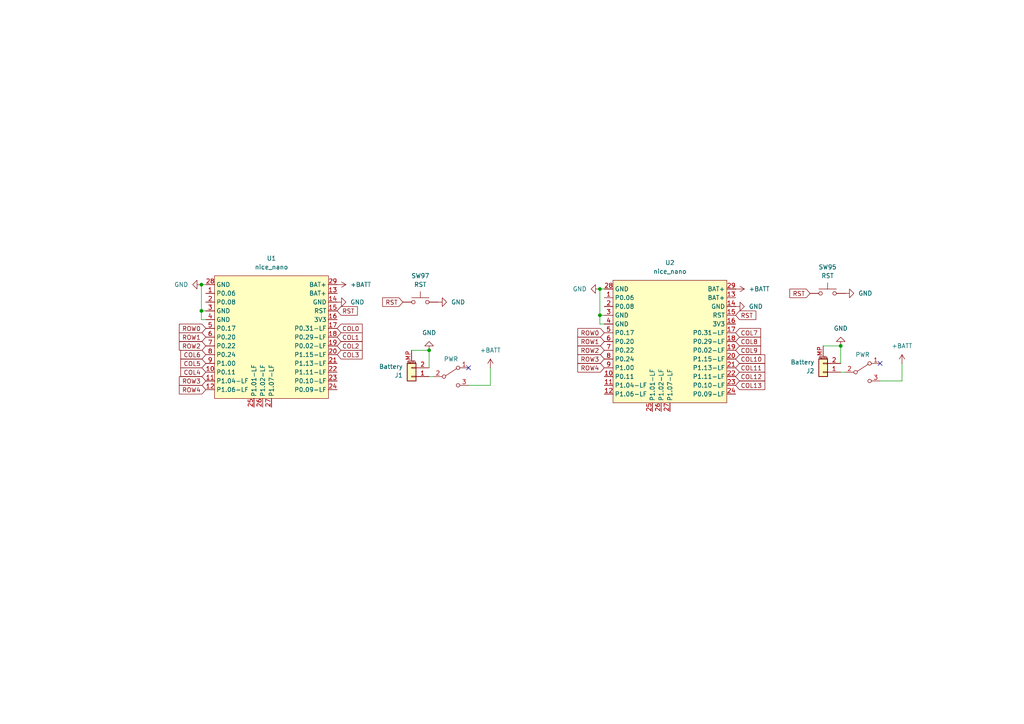
<source format=kicad_sch>
(kicad_sch (version 20231120) (generator "eeschema") (generator_version "8.0")
  (paper "A4")
  (lib_symbols
    (symbol "Connector_Generic_MountingPin:Conn_01x02_MountingPin" (pin_names (offset 1.016) hide)
      (property "Reference" "J" (at 0 2.54 0))
      (property "Value" "Conn_01x02_MountingPin" (at 1.27 -5.08 0))
      (symbol "Conn_01x02_MountingPin_1_1"
        (rectangle (start -1.27 -2.413) (end 0 -2.667) (stroke (width 0.1524)))
        (rectangle (start -1.27 0.127) (end 0 -0.127) (stroke (width 0.1524)))
        (rectangle (start -1.27 1.27) (end 1.27 -3.81) (stroke (width 0.254)) (fill (type background)))
        (polyline (pts (xy -1.016 -4.572) (xy 1.016 -4.572)) (stroke (width 0.1524)))
        (text "Mounting" (at 0 -4.191 0) (effects (font (size 0.381 0.381))))
        (pin passive line (at -5.08 0 0) (length 3.81) (name "Pin_1") (number "1"))
        (pin passive line (at -5.08 -2.54 0) (length 3.81) (name "Pin_2") (number "2"))
        (pin passive line (at 0 -7.62 90) (length 3.048) (name "MountPin") (number "MP"))
      )
    )
    (symbol "PCM_marbastlib-promicroish:nice_nano" (in_bom no)
      (property "Reference" "U" (at 0 22.86 0))
      (property "Value" "nice_nano" (at 0 20.32 0))
      (symbol "nice_nano_0_0"
        (pin bidirectional line (at -19.05 13.97 0) (length 2.54) (name "P0.06") (number "1"))
        (pin bidirectional line (at -19.05 -8.89 0) (length 2.54) (name "P0.11") (number "10"))
        (pin bidirectional line (at -19.05 -11.43 0) (length 2.54) (name "P1.04-LF") (number "11"))
        (pin bidirectional line (at -19.05 -13.97 0) (length 2.54) (name "P1.06-LF") (number "12"))
        (pin power_out line (at 19.05 11.43 180) (length 2.54) (name "GND") (number "14"))
        (pin bidirectional line (at 19.05 8.89 180) (length 2.54) (name "RST") (number "15"))
        (pin bidirectional line (at 19.05 3.81 180) (length 2.54) (name "P0.31-LF") (number "17"))
        (pin bidirectional line (at 19.05 1.27 180) (length 2.54) (name "P0.29-LF") (number "18"))
        (pin bidirectional line (at 19.05 -1.27 180) (length 2.54) (name "P0.02-LF") (number "19"))
        (pin bidirectional line (at -19.05 11.43 0) (length 2.54) (name "P0.08") (number "2"))
        (pin bidirectional line (at 19.05 -3.81 180) (length 2.54) (name "P1.15-LF") (number "20"))
        (pin bidirectional line (at 19.05 -6.35 180) (length 2.54) (name "P1.13-LF") (number "21"))
        (pin bidirectional line (at 19.05 -8.89 180) (length 2.54) (name "P1.11-LF") (number "22"))
        (pin bidirectional line (at 19.05 -13.97 180) (length 2.54) (name "P0.09-LF") (number "24"))
        (pin power_out line (at -19.05 8.89 0) (length 2.54) (name "GND") (number "3"))
        (pin power_out line (at -19.05 6.35 0) (length 2.54) (name "GND") (number "4"))
        (pin bidirectional line (at -19.05 3.81 0) (length 2.54) (name "P0.17") (number "5"))
        (pin bidirectional line (at -19.05 1.27 0) (length 2.54) (name "P0.20") (number "6"))
        (pin bidirectional line (at -19.05 -1.27 0) (length 2.54) (name "P0.22") (number "7"))
        (pin bidirectional line (at -19.05 -3.81 0) (length 2.54) (name "P0.24") (number "8"))
        (pin bidirectional line (at -19.05 -6.35 0) (length 2.54) (name "P1.00") (number "9"))
      )
      (symbol "nice_nano_1_0"
        (pin power_out line (at 19.05 13.97 180) (length 2.54) (name "BAT+") (number "13"))
        (pin power_out line (at 19.05 6.35 180) (length 2.54) (name "3V3") (number "16"))
        (pin bidirectional line (at 19.05 -11.43 180) (length 2.54) (name "P0.10-LF") (number "23"))
        (pin bidirectional line (at -5.08 -19.05 90) (length 2.54) (name "P1.01-LF") (number "25"))
        (pin bidirectional line (at -2.54 -19.05 90) (length 2.54) (name "P1.02-LF") (number "26"))
        (pin bidirectional line (at 0 -19.05 90) (length 2.54) (name "P1.07-LF") (number "27"))
        (pin power_out line (at -19.05 16.51 0) (length 2.54) (name "GND") (number "28"))
        (pin power_out line (at 19.05 16.51 180) (length 2.54) (name "BAT+") (number "29"))
      )
      (symbol "nice_nano_1_1"
        (rectangle (start -16.51 19.05) (end 16.51 -16.51) (fill (type background)))
      )
    )
    (symbol "Switch:SW_DPDT_x2" (pin_names (offset 0) hide)
      (property "Reference" "SW5" (at 0 8.89 0))
      (property "Value" "SW_DPDT_x2" (at 0 6.35 0))
      (symbol "SW_DPDT_x2_0_0"
        (circle (center -2.032 0) (radius 0.508))
        (circle (center 2.032 -2.54) (radius 0.508))
      )
      (symbol "SW_DPDT_x2_0_1"
        (polyline (pts (xy -1.524 0.254) (xy 1.5748 2.286)))
        (circle (center 2.032 2.54) (radius 0.508))
      )
      (symbol "SW_DPDT_x2_1_1"
        (pin passive line (at 5.08 2.54 180) (length 2.54) (name "A") (number "1"))
        (pin passive line (at -5.08 0 0) (length 2.54) (name "B") (number "2"))
        (pin passive line (at 5.08 -2.54 180) (length 2.54) (name "C") (number "3"))
      )
      (symbol "SW_DPDT_x2_2_1"
        (pin passive line (at 5.08 2.54 180) (length 2.54) (name "A") (number "4"))
        (pin passive line (at -5.08 0 0) (length 2.54) (name "B") (number "5"))
        (pin passive line (at 5.08 -2.54 180) (length 2.54) (name "C") (number "6"))
      )
    )
    (symbol "Switch:SW_Push" (pin_numbers hide) (pin_names (offset 1.016) hide)
      (property "Reference" "SW" (at 1.27 2.54 0))
      (property "Value" "SW_Push" (at 0 -1.524 0))
      (symbol "SW_Push_0_1"
        (circle (center -2.032 0) (radius 0.508))
        (polyline (pts (xy 0 1.27) (xy 0 3.048)))
        (polyline (pts (xy 2.54 1.27) (xy -2.54 1.27)))
        (circle (center 2.032 0) (radius 0.508))
        (pin passive line (at -5.08 0 0) (length 2.54) (name "1") (number "1"))
        (pin passive line (at 5.08 0 180) (length 2.54) (name "2") (number "2"))
      )
    )
    (symbol "power:+BATT" (power) (pin_numbers hide) (pin_names (offset 0) hide)
      (property "Value" "+BATT" (at 0 3.556 0))
      (symbol "+BATT_0_1"
        (polyline (pts (xy -0.762 1.27) (xy 0 2.54)))
        (polyline (pts (xy 0 0) (xy 0 2.54)))
        (polyline (pts (xy 0 2.54) (xy 0.762 1.27)))
      )
      (symbol "+BATT_1_1"
        (pin power_in line (at 0 0 90) (length 0) (name "~") (number "1"))
      )
    )
    (symbol "power:GND" (power) (pin_numbers hide) (pin_names (offset 0) hide)
      (property "Value" "GND" (at 0 -3.81 0))
      (symbol "GND_0_1"
        (polyline (pts (xy 0 0) (xy 0 -1.27) (xy 1.27 -1.27) (xy 0 -2.54) (xy -1.27 -1.27) (xy 0 -1.27)))
      )
      (symbol "GND_1_1"
        (pin power_in line (at 0 0 270) (length 0) (name "~") (number "1"))
      )
    )
  )
  (junction (at 58.42 82.55))
  (junction (at 173.99 91.44))
  (junction (at 243.84 100.33))
  (junction (at 58.42 90.17))
  (junction (at 173.99 83.82))
  (junction (at 124.46 101.6))
  (no_connect (at 135.89 106.68))
  (no_connect (at 255.27 105.41))
  (wire (pts (xy 59.69 92.71) (xy 58.42 92.71)))
  (wire (pts (xy 261.62 110.49) (xy 255.27 110.49)))
  (wire (pts (xy 58.42 82.55) (xy 59.69 82.55)))
  (wire (pts (xy 243.84 107.95) (xy 245.11 107.95)))
  (wire (pts (xy 173.99 91.44) (xy 173.99 83.82)))
  (wire (pts (xy 124.46 101.6) (xy 119.38 101.6)))
  (wire (pts (xy 173.99 93.98) (xy 173.99 91.44)))
  (wire (pts (xy 173.99 83.82) (xy 175.26 83.82)))
  (wire (pts (xy 261.62 105.41) (xy 261.62 110.49)))
  (wire (pts (xy 124.46 109.22) (xy 125.73 109.22)))
  (wire (pts (xy 142.24 106.68) (xy 142.24 111.76)))
  (wire (pts (xy 124.46 106.68) (xy 124.46 101.6)))
  (wire (pts (xy 175.26 93.98) (xy 173.99 93.98)))
  (wire (pts (xy 243.84 105.41) (xy 243.84 100.33)))
  (wire (pts (xy 58.42 90.17) (xy 59.69 90.17)))
  (wire (pts (xy 58.42 92.71) (xy 58.42 90.17)))
  (wire (pts (xy 142.24 111.76) (xy 135.89 111.76)))
  (wire (pts (xy 173.99 91.44) (xy 175.26 91.44)))
  (wire (pts (xy 243.84 100.33) (xy 238.76 100.33)))
  (wire (pts (xy 58.42 90.17) (xy 58.42 82.55)))
  (global_label "COL13" (shape input) (at 213.36 111.76 0) (property "Intersheetrefs" "${INTERSHEET_REFS}" (effects (hide yes))))
  (global_label "ROW0" (shape input) (at 175.26 96.52 180) (property "Intersheetrefs" "${INTERSHEET_REFS}" (effects (hide yes))))
  (global_label "COL1" (shape input) (at 97.79 97.79 0) (property "Intersheetrefs" "${INTERSHEET_REFS}" (effects (hide yes))))
  (global_label "RST" (shape input) (at 116.84 87.63 180) (property "Intersheetrefs" "${INTERSHEET_REFS}" (effects (hide yes))))
  (global_label "COL4" (shape input) (at 59.69 107.95 180) (property "Intersheetrefs" "${INTERSHEET_REFS}" (effects (hide yes))))
  (global_label "COL8" (shape input) (at 213.36 99.06 0) (property "Intersheetrefs" "${INTERSHEET_REFS}" (effects (hide yes))))
  (global_label "ROW0" (shape input) (at 59.69 95.25 180) (property "Intersheetrefs" "${INTERSHEET_REFS}" (effects (hide yes))))
  (global_label "ROW1" (shape input) (at 59.69 97.79 180) (property "Intersheetrefs" "${INTERSHEET_REFS}" (effects (hide yes))))
  (global_label "COL2" (shape input) (at 97.79 100.33 0) (property "Intersheetrefs" "${INTERSHEET_REFS}" (effects (hide yes))))
  (global_label "ROW4" (shape input) (at 59.69 113.03 180) (property "Intersheetrefs" "${INTERSHEET_REFS}" (effects (hide yes))))
  (global_label "RST" (shape input) (at 97.79 90.17 0) (property "Intersheetrefs" "${INTERSHEET_REFS}" (effects (hide yes))))
  (global_label "COL12" (shape input) (at 213.36 109.22 0) (property "Intersheetrefs" "${INTERSHEET_REFS}" (effects (hide yes))))
  (global_label "COL5" (shape input) (at 59.69 105.41 180) (property "Intersheetrefs" "${INTERSHEET_REFS}" (effects (hide yes))))
  (global_label "ROW2" (shape input) (at 175.26 101.6 180) (property "Intersheetrefs" "${INTERSHEET_REFS}" (effects (hide yes))))
  (global_label "ROW4" (shape input) (at 175.26 106.68 180) (property "Intersheetrefs" "${INTERSHEET_REFS}" (effects (hide yes))))
  (global_label "COL9" (shape input) (at 213.36 101.6 0) (property "Intersheetrefs" "${INTERSHEET_REFS}" (effects (hide yes))))
  (global_label "COL3" (shape input) (at 97.79 102.87 0) (property "Intersheetrefs" "${INTERSHEET_REFS}" (effects (hide yes))))
  (global_label "COL0" (shape input) (at 97.79 95.25 0) (property "Intersheetrefs" "${INTERSHEET_REFS}" (effects (hide yes))))
  (global_label "COL7" (shape input) (at 213.36 96.52 0) (property "Intersheetrefs" "${INTERSHEET_REFS}" (effects (hide yes))))
  (global_label "ROW3" (shape input) (at 175.26 104.14 180) (property "Intersheetrefs" "${INTERSHEET_REFS}" (effects (hide yes))))
  (global_label "COL10" (shape input) (at 213.36 104.14 0) (property "Intersheetrefs" "${INTERSHEET_REFS}" (effects (hide yes))))
  (global_label "RST" (shape input) (at 213.36 91.44 0) (property "Intersheetrefs" "${INTERSHEET_REFS}" (effects (hide yes))))
  (global_label "COL6" (shape input) (at 59.69 102.87 180) (property "Intersheetrefs" "${INTERSHEET_REFS}" (effects (hide yes))))
  (global_label "ROW3" (shape input) (at 59.69 110.49 180) (property "Intersheetrefs" "${INTERSHEET_REFS}" (effects (hide yes))))
  (global_label "ROW1" (shape input) (at 175.26 99.06 180) (property "Intersheetrefs" "${INTERSHEET_REFS}" (effects (hide yes))))
  (global_label "RST" (shape input) (at 234.95 85.09 180) (property "Intersheetrefs" "${INTERSHEET_REFS}" (effects (hide yes))))
  (global_label "ROW2" (shape input) (at 59.69 100.33 180) (property "Intersheetrefs" "${INTERSHEET_REFS}" (effects (hide yes))))
  (global_label "COL11" (shape input) (at 213.36 106.68 0) (property "Intersheetrefs" "${INTERSHEET_REFS}" (effects (hide yes))))
  (symbol (lib_id "power:GND") (at 124.46 101.6 180) (unit 1)
    (property "Reference" "#PWR09" (effects (hide yes)))
    (property "Value" "GND" (at 124.46 96.52 0))
    (property "Description" "Power symbol creates a global label with name \"GND\" , ground" (effects (hide yes)))
  )
  (symbol (lib_id "power:GND") (at 173.99 83.82 270) (unit 1)
    (property "Reference" "#PWR011" (effects (hide yes)))
    (property "Value" "GND" (at 170.18 83.8199 90) (effects (justify right)))
    (property "Description" "Power symbol creates a global label with name \"GND\" , ground" (effects (hide yes)))
  )
  (symbol (lib_id "power:GND") (at 58.42 82.55 270) (unit 1)
    (property "Reference" "#PWR06" (effects (hide yes)))
    (property "Value" "GND" (at 54.61 82.5499 90) (effects (justify right)))
    (property "Description" "Power symbol creates a global label with name \"GND\" , ground" (effects (hide yes)))
  )
  (symbol (lib_id "power:GND") (at 213.36 88.9 90) (unit 1)
    (property "Reference" "#PWR013" (effects (hide yes)))
    (property "Value" "GND" (at 217.17 88.8999 90) (effects (justify right)))
    (property "Description" "Power symbol creates a global label with name \"GND\" , ground" (effects (hide yes)))
  )
  (symbol (lib_id "Switch:SW_Push") (at 121.92 87.63 0) (unit 1)
    (property "Reference" "SW97" (at 121.92 80.01 0))
    (property "Value" "RST" (at 121.92 82.55 0))
    (property "Footprint" "PTS526_SMG15_SMTR2_LFS:SW_PTS526_SMG15_SMTR2_LFS" (effects (hide yes)))
    (property "Description" "Push button switch, generic, two pins" (effects (hide yes)))
  )
  (symbol (lib_id "power:GND") (at 127 87.63 90) (unit 1)
    (property "Reference" "#PWR04" (effects (hide yes)))
    (property "Value" "GND" (at 130.81 87.6299 90) (effects (justify right)))
    (property "Description" "Power symbol creates a global label with name \"GND\" , ground" (effects (hide yes)))
  )
  (symbol (lib_id "Switch:SW_DPDT_x2") (at 130.81 109.22 0) (unit 1)
    (property "Reference" "SW98" (effects (hide yes)))
    (property "Value" "PWR" (at 130.81 104.14 0))
    (property "Footprint" "KLOTZ:MSK12C02_reversible" (effects (hide yes)))
    (property "Description" "Switch, dual pole double throw, separate symbols" (effects (hide yes)))
  )
  (symbol (lib_id "power:+BATT") (at 213.36 83.82 270) (unit 1)
    (property "Reference" "#PWR012" (effects (hide yes)))
    (property "Value" "+BATT" (at 217.17 83.8199 90) (effects (justify left)))
    (property "Description" "Power symbol creates a global label with name \"+BATT\"" (effects (hide yes)))
  )
  (symbol (lib_id "power:GND") (at 243.84 100.33 180) (unit 1)
    (property "Reference" "#PWR07" (effects (hide yes)))
    (property "Value" "GND" (at 243.84 95.25 0))
    (property "Description" "Power symbol creates a global label with name \"GND\" , ground" (effects (hide yes)))
  )
  (symbol (lib_id "power:+BATT") (at 142.24 106.68 0) (unit 1)
    (property "Reference" "#PWR01" (effects (hide yes)))
    (property "Value" "+BATT" (at 142.24 101.6 0))
    (property "Description" "Power symbol creates a global label with name \"+BATT\"" (effects (hide yes)))
  )
  (symbol (lib_id "Switch:SW_DPDT_x2") (at 250.19 107.95 0) (unit 1)
    (property "Reference" "SW99" (effects (hide yes)))
    (property "Value" "PWR" (at 250.19 102.87 0))
    (property "Footprint" "KLOTZ:MSK12C02_reversible" (effects (hide yes)))
    (property "Description" "Switch, dual pole double throw, separate symbols" (effects (hide yes)))
  )
  (symbol (lib_id "Connector_Generic_MountingPin:Conn_01x02_MountingPin") (at 119.38 109.22 180) (unit 1)
    (property "Reference" "J1" (at 116.84 108.8645 0) (effects (justify left)))
    (property "Value" "Battery" (at 116.84 106.3245 0) (effects (justify left)))
    (property "Footprint" "Connector_JST:JST_PH_S2B-PH-SM4-TB_1x02-1MP_P2.00mm_Horizontal" (effects (hide yes)))
    (property "Description" "Generic connectable mounting pin connector, single row, 01x02, script generated (kicad-library-utils/schlib/autogen/connector/)" (effects (hide yes)))
  )
  (symbol (lib_id "power:GND") (at 97.79 87.63 90) (unit 1)
    (property "Reference" "#PWR05" (effects (hide yes)))
    (property "Value" "GND" (at 101.6 87.6299 90) (effects (justify right)))
    (property "Description" "Power symbol creates a global label with name \"GND\" , ground" (effects (hide yes)))
  )
  (symbol (lib_id "PCM_marbastlib-promicroish:nice_nano") (at 194.31 100.33 0) (unit 1) (in_bom no)
    (property "Reference" "U2" (at 194.31 76.2 0))
    (property "Value" "nice_nano" (at 194.31 78.74 0))
    (property "Footprint" "PCM_marbastlib-xp-promicroish:nice_nano_AH_USBup" (effects (hide yes)))
    (property "Datasheet" "https://nicekeyboards.com/docs/nice-nano/pinout-schematic" (effects (hide yes)))
    (property "Description" "Symbol for an nicekeyboards nice!nano" (effects (hide yes)))
  )
  (symbol (lib_id "power:+BATT") (at 261.62 105.41 0) (unit 1)
    (property "Reference" "#PWR08" (effects (hide yes)))
    (property "Value" "+BATT" (at 261.62 100.33 0))
    (property "Description" "Power symbol creates a global label with name \"+BATT\"" (effects (hide yes)))
  )
  (symbol (lib_id "power:+BATT") (at 97.79 82.55 270) (unit 1)
    (property "Reference" "#PWR02" (effects (hide yes)))
    (property "Value" "+BATT" (at 101.6 82.5499 90) (effects (justify left)))
    (property "Description" "Power symbol creates a global label with name \"+BATT\"" (effects (hide yes)))
  )
  (symbol (lib_id "power:GND") (at 245.11 85.09 90) (unit 1)
    (property "Reference" "#PWR010" (effects (hide yes)))
    (property "Value" "GND" (at 248.92 85.0899 90) (effects (justify right)))
    (property "Description" "Power symbol creates a global label with name \"GND\" , ground" (effects (hide yes)))
  )
  (symbol (lib_id "Connector_Generic_MountingPin:Conn_01x02_MountingPin") (at 238.76 107.95 180) (unit 1)
    (property "Reference" "J2" (at 236.22 107.5945 0) (effects (justify left)))
    (property "Value" "Battery" (at 236.22 105.0545 0) (effects (justify left)))
    (property "Footprint" "Connector_JST:JST_PH_S2B-PH-SM4-TB_1x02-1MP_P2.00mm_Horizontal" (effects (hide yes)))
    (property "Description" "Generic connectable mounting pin connector, single row, 01x02, script generated (kicad-library-utils/schlib/autogen/connector/)" (effects (hide yes)))
  )
  (symbol (lib_id "Switch:SW_Push") (at 240.03 85.09 0) (unit 1)
    (property "Reference" "SW95" (at 240.03 77.47 0))
    (property "Value" "RST" (at 240.03 80.01 0))
    (property "Footprint" "PTS526_SMG15_SMTR2_LFS:SW_PTS526_SMG15_SMTR2_LFS" (effects (hide yes)))
    (property "Description" "Push button switch, generic, two pins" (effects (hide yes)))
  )
  (symbol (lib_id "PCM_marbastlib-promicroish:nice_nano") (at 78.74 99.06 0) (unit 1) (in_bom no)
    (property "Reference" "U1" (at 78.74 74.93 0))
    (property "Value" "nice_nano" (at 78.74 77.47 0))
    (property "Footprint" "PCM_marbastlib-xp-promicroish:nice_nano_AH_USBup" (effects (hide yes)))
    (property "Datasheet" "https://nicekeyboards.com/docs/nice-nano/pinout-schematic" (effects (hide yes)))
    (property "Description" "Symbol for an nicekeyboards nice!nano" (effects (hide yes)))
  )
)
</source>
